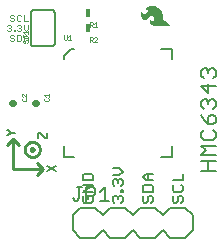
<source format=gbr>
G04 EAGLE Gerber RS-274X export*
G75*
%MOMM*%
%FSLAX34Y34*%
%LPD*%
%INSilkscreen Top*%
%IPPOS*%
%AMOC8*
5,1,8,0,0,1.08239X$1,22.5*%
G01*
%ADD10C,0.152400*%
%ADD11C,0.254000*%
%ADD12C,0.127000*%
%ADD13C,0.101600*%
%ADD14C,0.203200*%
%ADD15C,0.025400*%
%ADD16C,0.558800*%
%ADD17R,0.457200X0.762000*%

G36*
X146365Y179729D02*
X146365Y179729D01*
X146360Y179735D01*
X146262Y179735D01*
X145764Y180234D01*
X145763Y180234D01*
X145263Y180534D01*
X144764Y181034D01*
X144763Y181034D01*
X144163Y181534D01*
X142964Y182734D01*
X142963Y182734D01*
X142263Y183334D01*
X141564Y183934D01*
X140564Y184933D01*
X140264Y185433D01*
X139965Y185932D01*
X139865Y186530D01*
X139865Y188430D01*
X139865Y188431D01*
X139665Y189631D01*
X139365Y190731D01*
X139364Y190732D01*
X139365Y190732D01*
X138965Y191732D01*
X138964Y191732D01*
X138964Y191733D01*
X138364Y192733D01*
X137664Y193533D01*
X137664Y193534D01*
X136864Y194334D01*
X136863Y194334D01*
X135963Y195034D01*
X135962Y195034D01*
X134162Y196034D01*
X134161Y196035D01*
X132261Y196535D01*
X132260Y196535D01*
X132187Y196539D01*
X132103Y196544D01*
X132018Y196549D01*
X131934Y196554D01*
X131849Y196559D01*
X131765Y196564D01*
X131680Y196569D01*
X131596Y196574D01*
X131511Y196579D01*
X131427Y196584D01*
X131343Y196589D01*
X131342Y196589D01*
X131258Y196594D01*
X131174Y196599D01*
X131173Y196599D01*
X131089Y196604D01*
X131005Y196609D01*
X131004Y196609D01*
X130920Y196614D01*
X130836Y196619D01*
X130835Y196619D01*
X130751Y196624D01*
X130667Y196629D01*
X130582Y196634D01*
X130560Y196635D01*
X130560Y196634D01*
X130559Y196635D01*
X128959Y196335D01*
X128958Y196335D01*
X127458Y195835D01*
X127458Y195834D01*
X127457Y195834D01*
X126357Y195134D01*
X125457Y194334D01*
X125457Y194333D01*
X125456Y194333D01*
X124956Y193533D01*
X124956Y193531D01*
X124955Y193531D01*
X124956Y193529D01*
X124957Y193526D01*
X124959Y193526D01*
X124960Y193525D01*
X125859Y193525D01*
X126158Y193425D01*
X126357Y193326D01*
X126656Y193027D01*
X126755Y192729D01*
X126755Y192431D01*
X126555Y191632D01*
X126356Y191232D01*
X126156Y190933D01*
X125856Y190533D01*
X125257Y189934D01*
X124957Y189734D01*
X124658Y189535D01*
X124259Y189435D01*
X123661Y189435D01*
X123362Y189535D01*
X123162Y189634D01*
X122864Y189834D01*
X122564Y190233D01*
X122365Y190632D01*
X122265Y191131D01*
X122165Y191531D01*
X122165Y192129D01*
X122264Y192328D01*
X122264Y192329D01*
X122265Y192330D01*
X122265Y192430D01*
X122264Y192431D01*
X122264Y192433D01*
X122262Y192433D01*
X122261Y192435D01*
X122259Y192433D01*
X122256Y192434D01*
X122156Y192334D01*
X122156Y192333D01*
X121856Y191933D01*
X121856Y191932D01*
X121156Y190532D01*
X121156Y190531D01*
X121155Y190531D01*
X120955Y189631D01*
X120956Y189630D01*
X120955Y189630D01*
X120955Y188630D01*
X120955Y188629D01*
X121155Y187529D01*
X121156Y187528D01*
X121756Y186428D01*
X121756Y186427D01*
X122456Y185527D01*
X122457Y185527D01*
X122457Y185526D01*
X123257Y185026D01*
X123258Y185026D01*
X123258Y185025D01*
X124158Y184725D01*
X124159Y184726D01*
X124160Y184725D01*
X124960Y184725D01*
X124961Y184726D01*
X124961Y184725D01*
X125861Y184925D01*
X125862Y184926D01*
X126762Y185426D01*
X126763Y185426D01*
X127563Y186126D01*
X128463Y186926D01*
X128464Y186926D01*
X129163Y187626D01*
X129961Y187925D01*
X130659Y187925D01*
X131258Y187726D01*
X131756Y187327D01*
X132155Y186728D01*
X132355Y185929D01*
X132355Y185131D01*
X132255Y184631D01*
X132056Y184133D01*
X131457Y183534D01*
X131158Y183335D01*
X130859Y183235D01*
X130461Y183235D01*
X130163Y183334D01*
X129964Y183534D01*
X129564Y183933D01*
X129465Y184232D01*
X129464Y184232D01*
X129264Y184632D01*
X129263Y184633D01*
X129264Y184634D01*
X129164Y184734D01*
X129163Y184734D01*
X129161Y184734D01*
X129157Y184734D01*
X129157Y184733D01*
X129156Y184732D01*
X128956Y184332D01*
X128956Y184331D01*
X128955Y184330D01*
X128955Y183130D01*
X128955Y183129D01*
X129055Y182529D01*
X129155Y182029D01*
X129156Y182029D01*
X129155Y182028D01*
X129355Y181528D01*
X129356Y181528D01*
X129356Y181527D01*
X129656Y181127D01*
X130056Y180627D01*
X130057Y180627D01*
X130057Y180626D01*
X131057Y180026D01*
X131058Y180026D01*
X131059Y180025D01*
X131759Y179825D01*
X132559Y179725D01*
X132560Y179725D01*
X146360Y179725D01*
X146365Y179729D01*
G37*
D10*
X73315Y35734D02*
X71875Y34294D01*
X71875Y31413D01*
X73315Y29972D01*
X79077Y29972D01*
X80518Y31413D01*
X80518Y34294D01*
X79077Y35734D01*
X76196Y35734D01*
X76196Y32853D01*
X71875Y39327D02*
X80518Y39327D01*
X80518Y45089D02*
X71875Y39327D01*
X71875Y45089D02*
X80518Y45089D01*
X80518Y48682D02*
X71875Y48682D01*
X80518Y48682D02*
X80518Y53004D01*
X79077Y54445D01*
X73315Y54445D01*
X71875Y53004D01*
X71875Y48682D01*
X97275Y31413D02*
X98715Y29972D01*
X97275Y31413D02*
X97275Y34294D01*
X98715Y35734D01*
X100156Y35734D01*
X101596Y34294D01*
X101596Y32853D01*
X101596Y34294D02*
X103037Y35734D01*
X104477Y35734D01*
X105918Y34294D01*
X105918Y31413D01*
X104477Y29972D01*
X104477Y39327D02*
X105918Y39327D01*
X104477Y39327D02*
X104477Y40768D01*
X105918Y40768D01*
X105918Y39327D01*
X98715Y44005D02*
X97275Y45445D01*
X97275Y48326D01*
X98715Y49767D01*
X100156Y49767D01*
X101596Y48326D01*
X101596Y46886D01*
X101596Y48326D02*
X103037Y49767D01*
X104477Y49767D01*
X105918Y48326D01*
X105918Y45445D01*
X104477Y44005D01*
X103037Y53360D02*
X97275Y53360D01*
X103037Y53360D02*
X105918Y56241D01*
X103037Y59122D01*
X97275Y59122D01*
X122675Y34294D02*
X124115Y35734D01*
X122675Y34294D02*
X122675Y31413D01*
X124115Y29972D01*
X125556Y29972D01*
X126996Y31413D01*
X126996Y34294D01*
X128437Y35734D01*
X129877Y35734D01*
X131318Y34294D01*
X131318Y31413D01*
X129877Y29972D01*
X131318Y39327D02*
X122675Y39327D01*
X131318Y39327D02*
X131318Y43649D01*
X129877Y45089D01*
X124115Y45089D01*
X122675Y43649D01*
X122675Y39327D01*
X125556Y48682D02*
X131318Y48682D01*
X125556Y48682D02*
X122675Y51564D01*
X125556Y54445D01*
X131318Y54445D01*
X126996Y54445D02*
X126996Y48682D01*
X148075Y34294D02*
X149515Y35734D01*
X148075Y34294D02*
X148075Y31413D01*
X149515Y29972D01*
X150956Y29972D01*
X152396Y31413D01*
X152396Y34294D01*
X153837Y35734D01*
X155277Y35734D01*
X156718Y34294D01*
X156718Y31413D01*
X155277Y29972D01*
X148075Y43649D02*
X149515Y45089D01*
X148075Y43649D02*
X148075Y40768D01*
X149515Y39327D01*
X155277Y39327D01*
X156718Y40768D01*
X156718Y43649D01*
X155277Y45089D01*
X156718Y48682D02*
X148075Y48682D01*
X156718Y48682D02*
X156718Y54445D01*
D11*
X12700Y58420D02*
X12700Y83820D01*
X12700Y58420D02*
X38100Y58420D01*
X17780Y78740D02*
X12700Y83820D01*
X7620Y78740D01*
X33020Y63500D02*
X38100Y58420D01*
X33020Y53340D01*
X27940Y74930D02*
X27942Y75001D01*
X27948Y75072D01*
X27958Y75143D01*
X27972Y75213D01*
X27990Y75282D01*
X28011Y75349D01*
X28037Y75416D01*
X28066Y75481D01*
X28098Y75544D01*
X28135Y75606D01*
X28174Y75665D01*
X28217Y75722D01*
X28263Y75776D01*
X28312Y75828D01*
X28364Y75877D01*
X28418Y75923D01*
X28475Y75966D01*
X28534Y76005D01*
X28596Y76042D01*
X28659Y76074D01*
X28724Y76103D01*
X28791Y76129D01*
X28858Y76150D01*
X28927Y76168D01*
X28997Y76182D01*
X29068Y76192D01*
X29139Y76198D01*
X29210Y76200D01*
X29281Y76198D01*
X29352Y76192D01*
X29423Y76182D01*
X29493Y76168D01*
X29562Y76150D01*
X29629Y76129D01*
X29696Y76103D01*
X29761Y76074D01*
X29824Y76042D01*
X29886Y76005D01*
X29945Y75966D01*
X30002Y75923D01*
X30056Y75877D01*
X30108Y75828D01*
X30157Y75776D01*
X30203Y75722D01*
X30246Y75665D01*
X30285Y75606D01*
X30322Y75544D01*
X30354Y75481D01*
X30383Y75416D01*
X30409Y75349D01*
X30430Y75282D01*
X30448Y75213D01*
X30462Y75143D01*
X30472Y75072D01*
X30478Y75001D01*
X30480Y74930D01*
X30478Y74859D01*
X30472Y74788D01*
X30462Y74717D01*
X30448Y74647D01*
X30430Y74578D01*
X30409Y74511D01*
X30383Y74444D01*
X30354Y74379D01*
X30322Y74316D01*
X30285Y74254D01*
X30246Y74195D01*
X30203Y74138D01*
X30157Y74084D01*
X30108Y74032D01*
X30056Y73983D01*
X30002Y73937D01*
X29945Y73894D01*
X29886Y73855D01*
X29824Y73818D01*
X29761Y73786D01*
X29696Y73757D01*
X29629Y73731D01*
X29562Y73710D01*
X29493Y73692D01*
X29423Y73678D01*
X29352Y73668D01*
X29281Y73662D01*
X29210Y73660D01*
X29139Y73662D01*
X29068Y73668D01*
X28997Y73678D01*
X28927Y73692D01*
X28858Y73710D01*
X28791Y73731D01*
X28724Y73757D01*
X28659Y73786D01*
X28596Y73818D01*
X28534Y73855D01*
X28475Y73894D01*
X28418Y73937D01*
X28364Y73983D01*
X28312Y74032D01*
X28263Y74084D01*
X28217Y74138D01*
X28174Y74195D01*
X28135Y74254D01*
X28098Y74316D01*
X28066Y74379D01*
X28037Y74444D01*
X28011Y74511D01*
X27990Y74578D01*
X27972Y74647D01*
X27958Y74717D01*
X27948Y74788D01*
X27942Y74859D01*
X27940Y74930D01*
X22860Y74930D02*
X22862Y75089D01*
X22868Y75248D01*
X22878Y75406D01*
X22892Y75565D01*
X22910Y75723D01*
X22931Y75880D01*
X22957Y76037D01*
X22987Y76193D01*
X23020Y76349D01*
X23058Y76503D01*
X23099Y76657D01*
X23144Y76809D01*
X23193Y76960D01*
X23246Y77110D01*
X23302Y77259D01*
X23363Y77406D01*
X23426Y77551D01*
X23494Y77695D01*
X23565Y77838D01*
X23639Y77978D01*
X23717Y78116D01*
X23799Y78253D01*
X23884Y78387D01*
X23972Y78520D01*
X24063Y78650D01*
X24158Y78777D01*
X24256Y78902D01*
X24357Y79025D01*
X24461Y79145D01*
X24568Y79263D01*
X24678Y79378D01*
X24791Y79490D01*
X24906Y79599D01*
X25024Y79705D01*
X25145Y79809D01*
X25269Y79909D01*
X25394Y80006D01*
X25523Y80100D01*
X25653Y80190D01*
X25786Y80278D01*
X25921Y80362D01*
X26058Y80442D01*
X26197Y80520D01*
X26338Y80593D01*
X26480Y80663D01*
X26625Y80730D01*
X26771Y80793D01*
X26918Y80852D01*
X27067Y80908D01*
X27218Y80959D01*
X27369Y81007D01*
X27522Y81051D01*
X27676Y81092D01*
X27830Y81128D01*
X27986Y81161D01*
X28142Y81190D01*
X28299Y81214D01*
X28457Y81235D01*
X28615Y81252D01*
X28773Y81265D01*
X28932Y81274D01*
X29091Y81279D01*
X29250Y81280D01*
X29409Y81277D01*
X29567Y81270D01*
X29726Y81259D01*
X29884Y81244D01*
X30042Y81225D01*
X30199Y81202D01*
X30356Y81176D01*
X30512Y81145D01*
X30667Y81111D01*
X30821Y81072D01*
X30975Y81030D01*
X31127Y80984D01*
X31278Y80934D01*
X31427Y80880D01*
X31576Y80823D01*
X31722Y80762D01*
X31868Y80697D01*
X32011Y80629D01*
X32153Y80557D01*
X32293Y80481D01*
X32431Y80403D01*
X32567Y80320D01*
X32701Y80235D01*
X32832Y80146D01*
X32962Y80053D01*
X33089Y79958D01*
X33213Y79859D01*
X33336Y79757D01*
X33455Y79653D01*
X33572Y79545D01*
X33686Y79434D01*
X33797Y79321D01*
X33906Y79205D01*
X34011Y79086D01*
X34114Y78964D01*
X34213Y78840D01*
X34310Y78714D01*
X34403Y78585D01*
X34493Y78454D01*
X34579Y78320D01*
X34662Y78185D01*
X34742Y78047D01*
X34818Y77908D01*
X34891Y77767D01*
X34960Y77624D01*
X35026Y77479D01*
X35088Y77332D01*
X35146Y77185D01*
X35201Y77035D01*
X35252Y76885D01*
X35299Y76733D01*
X35342Y76580D01*
X35381Y76426D01*
X35417Y76271D01*
X35448Y76115D01*
X35476Y75959D01*
X35500Y75802D01*
X35520Y75644D01*
X35536Y75486D01*
X35548Y75327D01*
X35556Y75168D01*
X35560Y75009D01*
X35560Y74851D01*
X35556Y74692D01*
X35548Y74533D01*
X35536Y74374D01*
X35520Y74216D01*
X35500Y74058D01*
X35476Y73901D01*
X35448Y73745D01*
X35417Y73589D01*
X35381Y73434D01*
X35342Y73280D01*
X35299Y73127D01*
X35252Y72975D01*
X35201Y72825D01*
X35146Y72675D01*
X35088Y72528D01*
X35026Y72381D01*
X34960Y72236D01*
X34891Y72093D01*
X34818Y71952D01*
X34742Y71813D01*
X34662Y71675D01*
X34579Y71540D01*
X34493Y71406D01*
X34403Y71275D01*
X34310Y71146D01*
X34213Y71020D01*
X34114Y70896D01*
X34011Y70774D01*
X33906Y70655D01*
X33797Y70539D01*
X33686Y70426D01*
X33572Y70315D01*
X33455Y70207D01*
X33336Y70103D01*
X33213Y70001D01*
X33089Y69902D01*
X32962Y69807D01*
X32832Y69714D01*
X32701Y69625D01*
X32567Y69540D01*
X32431Y69457D01*
X32293Y69379D01*
X32153Y69303D01*
X32011Y69231D01*
X31868Y69163D01*
X31722Y69098D01*
X31576Y69037D01*
X31427Y68980D01*
X31278Y68926D01*
X31127Y68876D01*
X30975Y68830D01*
X30821Y68788D01*
X30667Y68749D01*
X30512Y68715D01*
X30356Y68684D01*
X30199Y68658D01*
X30042Y68635D01*
X29884Y68616D01*
X29726Y68601D01*
X29567Y68590D01*
X29409Y68583D01*
X29250Y68580D01*
X29091Y68581D01*
X28932Y68586D01*
X28773Y68595D01*
X28615Y68608D01*
X28457Y68625D01*
X28299Y68646D01*
X28142Y68670D01*
X27986Y68699D01*
X27830Y68732D01*
X27676Y68768D01*
X27522Y68809D01*
X27369Y68853D01*
X27218Y68901D01*
X27067Y68952D01*
X26918Y69008D01*
X26771Y69067D01*
X26625Y69130D01*
X26480Y69197D01*
X26338Y69267D01*
X26197Y69340D01*
X26058Y69418D01*
X25921Y69498D01*
X25786Y69582D01*
X25653Y69670D01*
X25523Y69760D01*
X25394Y69854D01*
X25269Y69951D01*
X25145Y70051D01*
X25024Y70155D01*
X24906Y70261D01*
X24791Y70370D01*
X24678Y70482D01*
X24568Y70597D01*
X24461Y70715D01*
X24357Y70835D01*
X24256Y70958D01*
X24158Y71083D01*
X24063Y71210D01*
X23972Y71340D01*
X23884Y71473D01*
X23799Y71607D01*
X23717Y71744D01*
X23639Y71882D01*
X23565Y72022D01*
X23494Y72165D01*
X23426Y72309D01*
X23363Y72454D01*
X23302Y72601D01*
X23246Y72750D01*
X23193Y72900D01*
X23144Y73051D01*
X23099Y73203D01*
X23058Y73357D01*
X23020Y73511D01*
X22987Y73667D01*
X22957Y73823D01*
X22931Y73980D01*
X22910Y74137D01*
X22892Y74295D01*
X22878Y74454D01*
X22868Y74612D01*
X22862Y74771D01*
X22860Y74930D01*
D12*
X42031Y56515D02*
X48895Y61091D01*
X48895Y56515D02*
X42031Y61091D01*
X8885Y86995D02*
X7741Y86995D01*
X8885Y86995D02*
X11173Y89283D01*
X8885Y91571D01*
X7741Y91571D01*
X11173Y89283D02*
X14605Y89283D01*
X34411Y89031D02*
X34411Y84455D01*
X34411Y89031D02*
X35555Y89031D01*
X40131Y84455D01*
X41275Y84455D01*
X41275Y89031D01*
D13*
X14058Y171115D02*
X13210Y171962D01*
X11515Y171962D01*
X10668Y171115D01*
X10668Y170268D01*
X11515Y169420D01*
X13210Y169420D01*
X14058Y168573D01*
X14058Y167725D01*
X13210Y166878D01*
X11515Y166878D01*
X10668Y167725D01*
X16281Y166878D02*
X16281Y171962D01*
X16281Y166878D02*
X18823Y166878D01*
X19671Y167725D01*
X19671Y171115D01*
X18823Y171962D01*
X16281Y171962D01*
X21894Y170268D02*
X21894Y166878D01*
X21894Y170268D02*
X23589Y171962D01*
X25284Y170268D01*
X25284Y166878D01*
X25284Y169420D02*
X21894Y169420D01*
X8975Y180217D02*
X8128Y179370D01*
X8975Y180217D02*
X10670Y180217D01*
X11518Y179370D01*
X11518Y178523D01*
X10670Y177675D01*
X9823Y177675D01*
X10670Y177675D02*
X11518Y176828D01*
X11518Y175980D01*
X10670Y175133D01*
X8975Y175133D01*
X8128Y175980D01*
X13741Y175980D02*
X13741Y175133D01*
X13741Y175980D02*
X14588Y175980D01*
X14588Y175133D01*
X13741Y175133D01*
X16548Y179370D02*
X17395Y180217D01*
X19090Y180217D01*
X19937Y179370D01*
X19937Y178523D01*
X19090Y177675D01*
X18242Y177675D01*
X19090Y177675D02*
X19937Y176828D01*
X19937Y175980D01*
X19090Y175133D01*
X17395Y175133D01*
X16548Y175980D01*
X22161Y176828D02*
X22161Y180217D01*
X22161Y176828D02*
X23856Y175133D01*
X25550Y176828D01*
X25550Y180217D01*
X14058Y187625D02*
X13210Y188472D01*
X11515Y188472D01*
X10668Y187625D01*
X10668Y186778D01*
X11515Y185930D01*
X13210Y185930D01*
X14058Y185083D01*
X14058Y184235D01*
X13210Y183388D01*
X11515Y183388D01*
X10668Y184235D01*
X18823Y188472D02*
X19671Y187625D01*
X18823Y188472D02*
X17128Y188472D01*
X16281Y187625D01*
X16281Y184235D01*
X17128Y183388D01*
X18823Y183388D01*
X19671Y184235D01*
X21894Y183388D02*
X21894Y188472D01*
X21894Y183388D02*
X25284Y183388D01*
D14*
X172202Y56896D02*
X184404Y56896D01*
X178303Y56896D02*
X178303Y65031D01*
X172202Y65031D02*
X184404Y65031D01*
X184404Y69993D02*
X172202Y69993D01*
X176269Y74061D01*
X172202Y78128D01*
X184404Y78128D01*
X172202Y89192D02*
X174235Y91225D01*
X172202Y89192D02*
X172202Y85124D01*
X174235Y83091D01*
X182370Y83091D01*
X184404Y85124D01*
X184404Y89192D01*
X182370Y91225D01*
X174235Y100255D02*
X172202Y104323D01*
X174235Y100255D02*
X178303Y96188D01*
X182370Y96188D01*
X184404Y98221D01*
X184404Y102289D01*
X182370Y104323D01*
X180337Y104323D01*
X178303Y102289D01*
X178303Y96188D01*
X174235Y109285D02*
X172202Y111319D01*
X172202Y115386D01*
X174235Y117420D01*
X176269Y117420D01*
X178303Y115386D01*
X178303Y113352D01*
X178303Y115386D02*
X180337Y117420D01*
X182370Y117420D01*
X184404Y115386D01*
X184404Y111319D01*
X182370Y109285D01*
X184404Y128483D02*
X172202Y128483D01*
X178303Y122382D01*
X178303Y130517D01*
X174235Y135480D02*
X172202Y137513D01*
X172202Y141581D01*
X174235Y143614D01*
X176269Y143614D01*
X178303Y141581D01*
X178303Y139547D01*
X178303Y141581D02*
X180337Y143614D01*
X182370Y143614D01*
X184404Y141581D01*
X184404Y137513D01*
X182370Y135480D01*
X55880Y151130D02*
X55880Y153670D01*
X62230Y160020D01*
X64770Y160020D01*
X138430Y160020D02*
X147320Y160020D01*
X147320Y151130D01*
X147320Y77470D02*
X147320Y68580D01*
X138430Y68580D01*
X55880Y68580D02*
X55880Y77470D01*
X55880Y68580D02*
X64770Y68580D01*
D15*
X56007Y168403D02*
X56007Y171580D01*
X56007Y168403D02*
X56643Y167767D01*
X57914Y167767D01*
X58549Y168403D01*
X58549Y171580D01*
X59749Y170309D02*
X61020Y171580D01*
X61020Y167767D01*
X59749Y167767D02*
X62291Y167767D01*
D10*
X48260Y165100D02*
X48260Y190500D01*
X30480Y193040D02*
X30380Y193038D01*
X30281Y193032D01*
X30181Y193022D01*
X30083Y193009D01*
X29984Y192991D01*
X29887Y192970D01*
X29791Y192945D01*
X29695Y192916D01*
X29601Y192883D01*
X29508Y192847D01*
X29417Y192807D01*
X29327Y192763D01*
X29239Y192716D01*
X29153Y192666D01*
X29069Y192612D01*
X28987Y192555D01*
X28908Y192495D01*
X28830Y192431D01*
X28756Y192365D01*
X28684Y192296D01*
X28615Y192224D01*
X28549Y192150D01*
X28485Y192072D01*
X28425Y191993D01*
X28368Y191911D01*
X28314Y191827D01*
X28264Y191741D01*
X28217Y191653D01*
X28173Y191563D01*
X28133Y191472D01*
X28097Y191379D01*
X28064Y191285D01*
X28035Y191189D01*
X28010Y191093D01*
X27989Y190996D01*
X27971Y190897D01*
X27958Y190799D01*
X27948Y190699D01*
X27942Y190600D01*
X27940Y190500D01*
X27940Y165100D02*
X27942Y165000D01*
X27948Y164901D01*
X27958Y164801D01*
X27971Y164703D01*
X27989Y164604D01*
X28010Y164507D01*
X28035Y164411D01*
X28064Y164315D01*
X28097Y164221D01*
X28133Y164128D01*
X28173Y164037D01*
X28217Y163947D01*
X28264Y163859D01*
X28314Y163773D01*
X28368Y163689D01*
X28425Y163607D01*
X28485Y163528D01*
X28549Y163450D01*
X28615Y163376D01*
X28684Y163304D01*
X28756Y163235D01*
X28830Y163169D01*
X28908Y163105D01*
X28987Y163045D01*
X29069Y162988D01*
X29153Y162934D01*
X29239Y162884D01*
X29327Y162837D01*
X29417Y162793D01*
X29508Y162753D01*
X29601Y162717D01*
X29695Y162684D01*
X29791Y162655D01*
X29887Y162630D01*
X29984Y162609D01*
X30083Y162591D01*
X30181Y162578D01*
X30281Y162568D01*
X30380Y162562D01*
X30480Y162560D01*
X45720Y162560D02*
X45820Y162562D01*
X45919Y162568D01*
X46019Y162578D01*
X46117Y162591D01*
X46216Y162609D01*
X46313Y162630D01*
X46409Y162655D01*
X46505Y162684D01*
X46599Y162717D01*
X46692Y162753D01*
X46783Y162793D01*
X46873Y162837D01*
X46961Y162884D01*
X47047Y162934D01*
X47131Y162988D01*
X47213Y163045D01*
X47292Y163105D01*
X47370Y163169D01*
X47444Y163235D01*
X47516Y163304D01*
X47585Y163376D01*
X47651Y163450D01*
X47715Y163528D01*
X47775Y163607D01*
X47832Y163689D01*
X47886Y163773D01*
X47936Y163859D01*
X47983Y163947D01*
X48027Y164037D01*
X48067Y164128D01*
X48103Y164221D01*
X48136Y164315D01*
X48165Y164411D01*
X48190Y164507D01*
X48211Y164604D01*
X48229Y164703D01*
X48242Y164801D01*
X48252Y164901D01*
X48258Y165000D01*
X48260Y165100D01*
X48260Y190500D02*
X48258Y190600D01*
X48252Y190699D01*
X48242Y190799D01*
X48229Y190897D01*
X48211Y190996D01*
X48190Y191093D01*
X48165Y191189D01*
X48136Y191285D01*
X48103Y191379D01*
X48067Y191472D01*
X48027Y191563D01*
X47983Y191653D01*
X47936Y191741D01*
X47886Y191827D01*
X47832Y191911D01*
X47775Y191993D01*
X47715Y192072D01*
X47651Y192150D01*
X47585Y192224D01*
X47516Y192296D01*
X47444Y192365D01*
X47370Y192431D01*
X47292Y192495D01*
X47213Y192555D01*
X47131Y192612D01*
X47047Y192666D01*
X46961Y192716D01*
X46873Y192763D01*
X46783Y192807D01*
X46692Y192847D01*
X46599Y192883D01*
X46505Y192916D01*
X46409Y192945D01*
X46313Y192970D01*
X46216Y192991D01*
X46117Y193009D01*
X46019Y193022D01*
X45919Y193032D01*
X45820Y193038D01*
X45720Y193040D01*
X30480Y193040D01*
X30480Y162560D02*
X45720Y162560D01*
X27940Y165100D02*
X27940Y190500D01*
D15*
X22095Y167769D02*
X21460Y167134D01*
X21460Y165863D01*
X22095Y165227D01*
X22731Y165227D01*
X23366Y165863D01*
X23366Y167134D01*
X24002Y167769D01*
X24637Y167769D01*
X25273Y167134D01*
X25273Y165863D01*
X24637Y165227D01*
X24637Y168969D02*
X25273Y169605D01*
X25273Y170240D01*
X24637Y170876D01*
X21460Y170876D01*
X21460Y171511D02*
X21460Y170240D01*
X22731Y172711D02*
X21460Y173982D01*
X25273Y173982D01*
X25273Y172711D02*
X25273Y175253D01*
D14*
X146050Y25400D02*
X158750Y25400D01*
X165100Y19050D01*
X165100Y6350D02*
X158750Y0D01*
X120650Y25400D02*
X114300Y19050D01*
X120650Y25400D02*
X133350Y25400D01*
X139700Y19050D01*
X139700Y6350D02*
X133350Y0D01*
X120650Y0D01*
X114300Y6350D01*
X139700Y19050D02*
X146050Y25400D01*
X139700Y6350D02*
X146050Y0D01*
X158750Y0D01*
X82550Y25400D02*
X69850Y25400D01*
X82550Y25400D02*
X88900Y19050D01*
X88900Y6350D02*
X82550Y0D01*
X88900Y19050D02*
X95250Y25400D01*
X107950Y25400D01*
X114300Y19050D01*
X114300Y6350D02*
X107950Y0D01*
X95250Y0D01*
X88900Y6350D01*
X63500Y6350D02*
X63500Y19050D01*
X69850Y25400D01*
X63500Y6350D02*
X69850Y0D01*
X82550Y0D01*
X165100Y6350D02*
X165100Y19050D01*
D12*
X65280Y31623D02*
X63373Y33530D01*
X65280Y31623D02*
X67186Y31623D01*
X69093Y33530D01*
X69093Y43063D01*
X67186Y43063D02*
X71000Y43063D01*
X75067Y43063D02*
X75067Y31623D01*
X75067Y43063D02*
X80787Y43063D01*
X82693Y41156D01*
X82693Y37343D01*
X80787Y35436D01*
X75067Y35436D01*
X86761Y39250D02*
X90574Y43063D01*
X90574Y31623D01*
X86761Y31623D02*
X94387Y31623D01*
D16*
X32055Y114300D02*
X31445Y114300D01*
D15*
X39494Y117739D02*
X40129Y118375D01*
X39494Y117739D02*
X39494Y116468D01*
X40129Y115833D01*
X42671Y115833D01*
X43307Y116468D01*
X43307Y117739D01*
X42671Y118375D01*
X40765Y119575D02*
X39494Y120846D01*
X43307Y120846D01*
X43307Y119575D02*
X43307Y122117D01*
D16*
X13005Y114300D02*
X12395Y114300D01*
D15*
X20444Y117739D02*
X21079Y118375D01*
X20444Y117739D02*
X20444Y116468D01*
X21079Y115833D01*
X23621Y115833D01*
X24257Y116468D01*
X24257Y117739D01*
X23621Y118375D01*
X24257Y119575D02*
X24257Y122117D01*
X24257Y119575D02*
X21715Y122117D01*
X21079Y122117D01*
X20444Y121482D01*
X20444Y120210D01*
X21079Y119575D01*
D17*
X76200Y190500D03*
D15*
X77733Y182756D02*
X77733Y178943D01*
X77733Y182756D02*
X79639Y182756D01*
X80275Y182121D01*
X80275Y180850D01*
X79639Y180214D01*
X77733Y180214D01*
X79004Y180214D02*
X80275Y178943D01*
X81475Y181485D02*
X82746Y182756D01*
X82746Y178943D01*
X81475Y178943D02*
X84017Y178943D01*
D17*
X76200Y177800D03*
D15*
X77733Y170056D02*
X77733Y166243D01*
X77733Y170056D02*
X79639Y170056D01*
X80275Y169421D01*
X80275Y168150D01*
X79639Y167514D01*
X77733Y167514D01*
X79004Y167514D02*
X80275Y166243D01*
X81475Y166243D02*
X84017Y166243D01*
X81475Y166243D02*
X84017Y168785D01*
X84017Y169421D01*
X83382Y170056D01*
X82110Y170056D01*
X81475Y169421D01*
M02*

</source>
